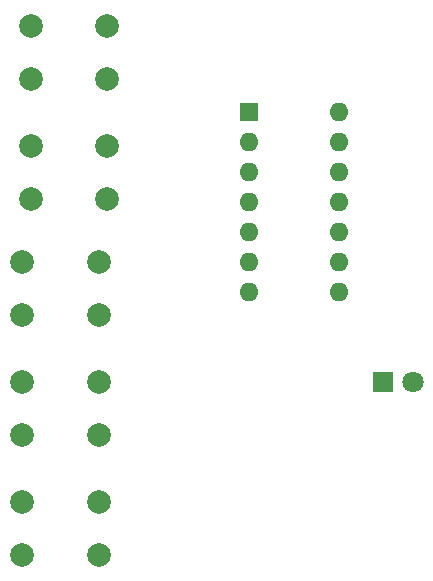
<source format=gbr>
%TF.GenerationSoftware,KiCad,Pcbnew,7.0.10*%
%TF.CreationDate,2024-05-08T18:11:24-05:00*%
%TF.ProjectId,pk16,706b3136-2e6b-4696-9361-645f70636258,rev?*%
%TF.SameCoordinates,Original*%
%TF.FileFunction,Soldermask,Bot*%
%TF.FilePolarity,Negative*%
%FSLAX46Y46*%
G04 Gerber Fmt 4.6, Leading zero omitted, Abs format (unit mm)*
G04 Created by KiCad (PCBNEW 7.0.10) date 2024-05-08 18:11:24*
%MOMM*%
%LPD*%
G01*
G04 APERTURE LIST*
%ADD10C,2.000000*%
%ADD11C,1.800000*%
%ADD12R,1.800000X1.800000*%
%ADD13R,1.600000X1.600000*%
%ADD14O,1.600000X1.600000*%
G04 APERTURE END LIST*
D10*
%TO.C,SW5*%
X27940000Y-68580000D03*
X21440000Y-68580000D03*
X27940000Y-73080000D03*
X21440000Y-73080000D03*
%TD*%
%TO.C,SW4*%
X27940000Y-58420000D03*
X21440000Y-58420000D03*
X27940000Y-62920000D03*
X21440000Y-62920000D03*
%TD*%
%TO.C,SW3*%
X27940000Y-48260000D03*
X21440000Y-48260000D03*
X27940000Y-52760000D03*
X21440000Y-52760000D03*
%TD*%
%TO.C,SW2*%
X28650000Y-38390000D03*
X22150000Y-38390000D03*
X28650000Y-42890000D03*
X22150000Y-42890000D03*
%TD*%
%TO.C,SW1*%
X22150000Y-32730000D03*
X28650000Y-32730000D03*
X22150000Y-28230000D03*
X28650000Y-28230000D03*
%TD*%
D11*
%TO.C,D1*%
X54500000Y-58420000D03*
D12*
X51960000Y-58420000D03*
%TD*%
D13*
%TO.C,U1*%
X40640000Y-35560000D03*
D14*
X40640000Y-38100000D03*
X40640000Y-40640000D03*
X40640000Y-43180000D03*
X40640000Y-45720000D03*
X40640000Y-48260000D03*
X40640000Y-50800000D03*
X48260000Y-50800000D03*
X48260000Y-48260000D03*
X48260000Y-45720000D03*
X48260000Y-43180000D03*
X48260000Y-40640000D03*
X48260000Y-38100000D03*
X48260000Y-35560000D03*
%TD*%
M02*

</source>
